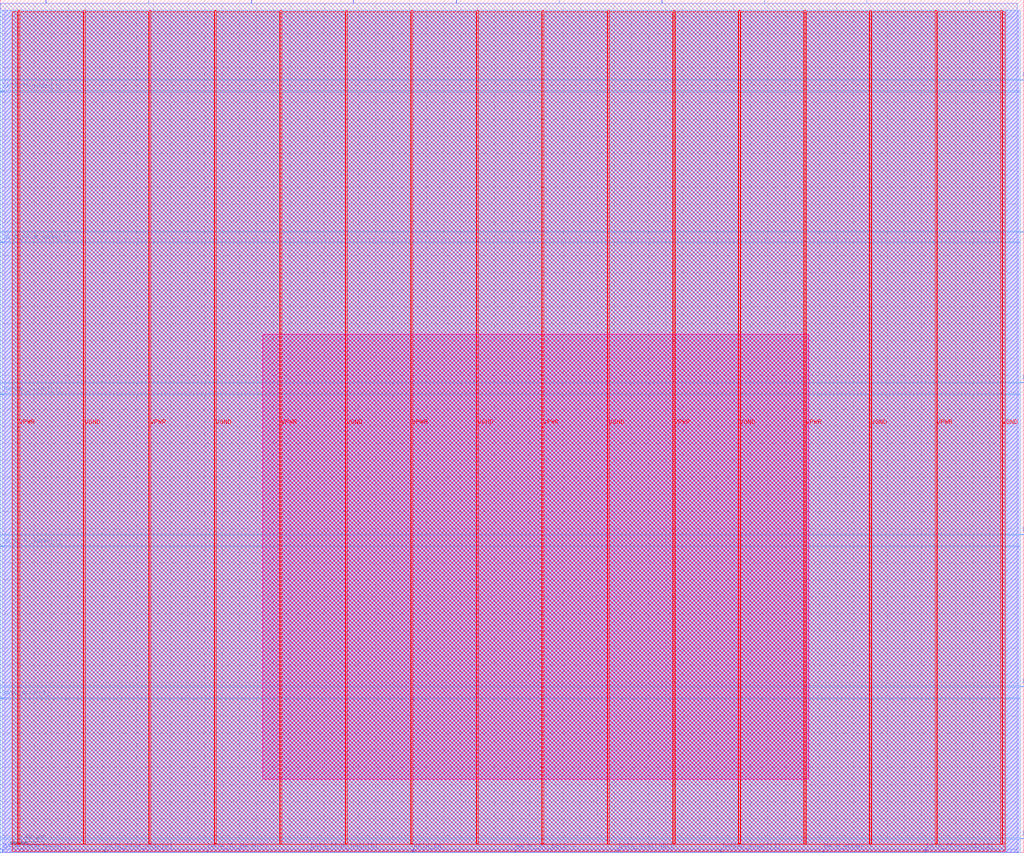
<source format=lef>
VERSION 5.7 ;
  NOWIREEXTENSIONATPIN ON ;
  DIVIDERCHAR "/" ;
  BUSBITCHARS "[]" ;
MACRO decred_hash_macro
  CLASS BLOCK ;
  FOREIGN decred_hash_macro ;
  ORIGIN 0.000 0.000 ;
  SIZE 1200.000 BY 1000.000 ;
  PIN CLK
    DIRECTION INPUT ;
    USE SIGNAL ;
    PORT
      LAYER met2 ;
        RECT 655.130 996.000 655.410 1000.000 ;
    END
  END CLK
  PIN DATA_AVAILABLE
    DIRECTION OUTPUT TRISTATE ;
    USE SIGNAL ;
    PORT
      LAYER met2 ;
        RECT 724.130 0.000 724.410 4.000 ;
    END
  END DATA_AVAILABLE
  PIN DATA_FROM_HASH[0]
    DIRECTION OUTPUT TRISTATE ;
    USE SIGNAL ;
    PORT
      LAYER met2 ;
        RECT 122.450 0.000 122.730 4.000 ;
    END
  END DATA_FROM_HASH[0]
  PIN DATA_FROM_HASH[1]
    DIRECTION OUTPUT TRISTATE ;
    USE SIGNAL ;
    PORT
      LAYER met2 ;
        RECT 2.850 0.000 3.130 4.000 ;
    END
  END DATA_FROM_HASH[1]
  PIN DATA_FROM_HASH[2]
    DIRECTION OUTPUT TRISTATE ;
    USE SIGNAL ;
    PORT
      LAYER met2 ;
        RECT 896.170 996.000 896.450 1000.000 ;
    END
  END DATA_FROM_HASH[2]
  PIN DATA_FROM_HASH[3]
    DIRECTION OUTPUT TRISTATE ;
    USE SIGNAL ;
    PORT
      LAYER met2 ;
        RECT 1084.770 0.000 1085.050 4.000 ;
    END
  END DATA_FROM_HASH[3]
  PIN DATA_FROM_HASH[4]
    DIRECTION OUTPUT TRISTATE ;
    USE SIGNAL ;
    PORT
      LAYER met3 ;
        RECT 1196.000 194.520 1200.000 195.120 ;
    END
  END DATA_FROM_HASH[4]
  PIN DATA_FROM_HASH[5]
    DIRECTION OUTPUT TRISTATE ;
    USE SIGNAL ;
    PORT
      LAYER met2 ;
        RECT 363.490 0.000 363.770 4.000 ;
    END
  END DATA_FROM_HASH[5]
  PIN DATA_FROM_HASH[6]
    DIRECTION OUTPUT TRISTATE ;
    USE SIGNAL ;
    PORT
      LAYER met2 ;
        RECT 173.970 996.000 174.250 1000.000 ;
    END
  END DATA_FROM_HASH[6]
  PIN DATA_FROM_HASH[7]
    DIRECTION OUTPUT TRISTATE ;
    USE SIGNAL ;
    PORT
      LAYER met3 ;
        RECT 0.000 715.400 4.000 716.000 ;
    END
  END DATA_FROM_HASH[7]
  PIN DATA_TO_HASH[0]
    DIRECTION INPUT ;
    USE SIGNAL ;
    PORT
      LAYER met2 ;
        RECT 414.090 996.000 414.370 1000.000 ;
    END
  END DATA_TO_HASH[0]
  PIN DATA_TO_HASH[1]
    DIRECTION INPUT ;
    USE SIGNAL ;
    PORT
      LAYER met3 ;
        RECT 0.000 359.080 4.000 359.680 ;
    END
  END DATA_TO_HASH[1]
  PIN DATA_TO_HASH[2]
    DIRECTION INPUT ;
    USE SIGNAL ;
    PORT
      LAYER met3 ;
        RECT 1196.000 372.680 1200.000 373.280 ;
    END
  END DATA_TO_HASH[2]
  PIN DATA_TO_HASH[3]
    DIRECTION INPUT ;
    USE SIGNAL ;
    PORT
      LAYER met3 ;
        RECT 1196.000 16.360 1200.000 16.960 ;
    END
  END DATA_TO_HASH[3]
  PIN DATA_TO_HASH[4]
    DIRECTION INPUT ;
    USE SIGNAL ;
    PORT
      LAYER met3 ;
        RECT 0.000 892.200 4.000 892.800 ;
    END
  END DATA_TO_HASH[4]
  PIN DATA_TO_HASH[5]
    DIRECTION INPUT ;
    USE SIGNAL ;
    PORT
      LAYER met2 ;
        RECT 242.970 0.000 243.250 4.000 ;
    END
  END DATA_TO_HASH[5]
  PIN DATA_TO_HASH[6]
    DIRECTION INPUT ;
    USE SIGNAL ;
    PORT
      LAYER met2 ;
        RECT 1015.770 996.000 1016.050 1000.000 ;
    END
  END DATA_TO_HASH[6]
  PIN DATA_TO_HASH[7]
    DIRECTION INPUT ;
    USE SIGNAL ;
    PORT
      LAYER met2 ;
        RECT 294.490 996.000 294.770 1000.000 ;
    END
  END DATA_TO_HASH[7]
  PIN HASH_ADDR[0]
    DIRECTION INPUT ;
    USE SIGNAL ;
    PORT
      LAYER met2 ;
        RECT 775.650 996.000 775.930 1000.000 ;
    END
  END HASH_ADDR[0]
  PIN HASH_ADDR[1]
    DIRECTION INPUT ;
    USE SIGNAL ;
    PORT
      LAYER met2 ;
        RECT 53.450 996.000 53.730 1000.000 ;
    END
  END HASH_ADDR[1]
  PIN HASH_ADDR[2]
    DIRECTION INPUT ;
    USE SIGNAL ;
    PORT
      LAYER met2 ;
        RECT 1136.290 996.000 1136.570 1000.000 ;
    END
  END HASH_ADDR[2]
  PIN HASH_ADDR[3]
    DIRECTION INPUT ;
    USE SIGNAL ;
    PORT
      LAYER met2 ;
        RECT 965.170 0.000 965.450 4.000 ;
    END
  END HASH_ADDR[3]
  PIN HASH_ADDR[4]
    DIRECTION INPUT ;
    USE SIGNAL ;
    PORT
      LAYER met3 ;
        RECT 0.000 180.920 4.000 181.520 ;
    END
  END HASH_ADDR[4]
  PIN HASH_ADDR[5]
    DIRECTION INPUT ;
    USE SIGNAL ;
    PORT
      LAYER met3 ;
        RECT 1196.000 905.800 1200.000 906.400 ;
    END
  END HASH_ADDR[5]
  PIN HASH_EN
    DIRECTION INPUT ;
    USE SIGNAL ;
    PORT
      LAYER met2 ;
        RECT 484.010 0.000 484.290 4.000 ;
    END
  END HASH_EN
  PIN MACRO_RD_SELECT
    DIRECTION INPUT ;
    USE SIGNAL ;
    PORT
      LAYER met2 ;
        RECT 603.610 0.000 603.890 4.000 ;
    END
  END MACRO_RD_SELECT
  PIN MACRO_WR_SELECT
    DIRECTION INPUT ;
    USE SIGNAL ;
    PORT
      LAYER met3 ;
        RECT 1196.000 550.840 1200.000 551.440 ;
    END
  END MACRO_WR_SELECT
  PIN THREAD_COUNT[0]
    DIRECTION OUTPUT TRISTATE ;
    USE SIGNAL ;
    PORT
      LAYER met3 ;
        RECT 1196.000 727.640 1200.000 728.240 ;
    END
  END THREAD_COUNT[0]
  PIN THREAD_COUNT[1]
    DIRECTION OUTPUT TRISTATE ;
    USE SIGNAL ;
    PORT
      LAYER met3 ;
        RECT 0.000 537.240 4.000 537.840 ;
    END
  END THREAD_COUNT[1]
  PIN THREAD_COUNT[2]
    DIRECTION OUTPUT TRISTATE ;
    USE SIGNAL ;
    PORT
      LAYER met2 ;
        RECT 534.610 996.000 534.890 1000.000 ;
    END
  END THREAD_COUNT[2]
  PIN THREAD_COUNT[3]
    DIRECTION OUTPUT TRISTATE ;
    USE SIGNAL ;
    PORT
      LAYER met2 ;
        RECT 844.650 0.000 844.930 4.000 ;
    END
  END THREAD_COUNT[3]
  PIN VPWR
    DIRECTION INOUT ;
    USE POWER ;
    PORT
      LAYER met4 ;
        RECT 1096.240 10.640 1097.840 987.600 ;
    END
  END VPWR
  PIN VPWR
    DIRECTION INOUT ;
    USE POWER ;
    PORT
      LAYER met4 ;
        RECT 942.640 10.640 944.240 987.600 ;
    END
  END VPWR
  PIN VPWR
    DIRECTION INOUT ;
    USE POWER ;
    PORT
      LAYER met4 ;
        RECT 789.040 10.640 790.640 987.600 ;
    END
  END VPWR
  PIN VPWR
    DIRECTION INOUT ;
    USE POWER ;
    PORT
      LAYER met4 ;
        RECT 635.440 10.640 637.040 987.600 ;
    END
  END VPWR
  PIN VPWR
    DIRECTION INOUT ;
    USE POWER ;
    PORT
      LAYER met4 ;
        RECT 481.840 10.640 483.440 987.600 ;
    END
  END VPWR
  PIN VPWR
    DIRECTION INOUT ;
    USE POWER ;
    PORT
      LAYER met4 ;
        RECT 328.240 10.640 329.840 987.600 ;
    END
  END VPWR
  PIN VPWR
    DIRECTION INOUT ;
    USE POWER ;
    PORT
      LAYER met4 ;
        RECT 174.640 10.640 176.240 987.600 ;
    END
  END VPWR
  PIN VPWR
    DIRECTION INOUT ;
    USE POWER ;
    PORT
      LAYER met4 ;
        RECT 21.040 10.640 22.640 987.600 ;
    END
  END VPWR
  PIN VGND
    DIRECTION INOUT ;
    USE GROUND ;
    PORT
      LAYER met4 ;
        RECT 1173.040 10.640 1174.640 987.600 ;
    END
  END VGND
  PIN VGND
    DIRECTION INOUT ;
    USE GROUND ;
    PORT
      LAYER met4 ;
        RECT 1019.440 10.640 1021.040 987.600 ;
    END
  END VGND
  PIN VGND
    DIRECTION INOUT ;
    USE GROUND ;
    PORT
      LAYER met4 ;
        RECT 865.840 10.640 867.440 987.600 ;
    END
  END VGND
  PIN VGND
    DIRECTION INOUT ;
    USE GROUND ;
    PORT
      LAYER met4 ;
        RECT 712.240 10.640 713.840 987.600 ;
    END
  END VGND
  PIN VGND
    DIRECTION INOUT ;
    USE GROUND ;
    PORT
      LAYER met4 ;
        RECT 558.640 10.640 560.240 987.600 ;
    END
  END VGND
  PIN VGND
    DIRECTION INOUT ;
    USE GROUND ;
    PORT
      LAYER met4 ;
        RECT 405.040 10.640 406.640 987.600 ;
    END
  END VGND
  PIN VGND
    DIRECTION INOUT ;
    USE GROUND ;
    PORT
      LAYER met4 ;
        RECT 251.440 10.640 253.040 987.600 ;
    END
  END VGND
  PIN VGND
    DIRECTION INOUT ;
    USE GROUND ;
    PORT
      LAYER met4 ;
        RECT 97.840 10.640 99.440 987.600 ;
    END
  END VGND
  OBS
      LAYER li1 ;
        RECT 5.520 0.425 1194.160 987.445 ;
      LAYER met1 ;
        RECT 2.830 0.040 1194.160 987.600 ;
      LAYER met2 ;
        RECT 0.090 995.720 53.170 996.000 ;
        RECT 54.010 995.720 173.690 996.000 ;
        RECT 174.530 995.720 294.210 996.000 ;
        RECT 295.050 995.720 413.810 996.000 ;
        RECT 414.650 995.720 534.330 996.000 ;
        RECT 535.170 995.720 654.850 996.000 ;
        RECT 655.690 995.720 775.370 996.000 ;
        RECT 776.210 995.720 895.890 996.000 ;
        RECT 896.730 995.720 1015.490 996.000 ;
        RECT 1016.330 995.720 1136.010 996.000 ;
        RECT 1136.850 995.720 1192.220 996.000 ;
        RECT 0.090 4.280 1192.220 995.720 ;
        RECT 0.090 0.010 2.570 4.280 ;
        RECT 3.410 0.010 122.170 4.280 ;
        RECT 123.010 0.010 242.690 4.280 ;
        RECT 243.530 0.010 363.210 4.280 ;
        RECT 364.050 0.010 483.730 4.280 ;
        RECT 484.570 0.010 603.330 4.280 ;
        RECT 604.170 0.010 723.850 4.280 ;
        RECT 724.690 0.010 844.370 4.280 ;
        RECT 845.210 0.010 964.890 4.280 ;
        RECT 965.730 0.010 1084.490 4.280 ;
        RECT 1085.330 0.010 1192.220 4.280 ;
      LAYER met3 ;
        RECT 0.065 906.800 1196.000 987.525 ;
        RECT 0.065 905.400 1195.600 906.800 ;
        RECT 0.065 893.200 1196.000 905.400 ;
        RECT 4.400 891.800 1196.000 893.200 ;
        RECT 0.065 728.640 1196.000 891.800 ;
        RECT 0.065 727.240 1195.600 728.640 ;
        RECT 0.065 716.400 1196.000 727.240 ;
        RECT 4.400 715.000 1196.000 716.400 ;
        RECT 0.065 551.840 1196.000 715.000 ;
        RECT 0.065 550.440 1195.600 551.840 ;
        RECT 0.065 538.240 1196.000 550.440 ;
        RECT 4.400 536.840 1196.000 538.240 ;
        RECT 0.065 373.680 1196.000 536.840 ;
        RECT 0.065 372.280 1195.600 373.680 ;
        RECT 0.065 360.080 1196.000 372.280 ;
        RECT 4.400 358.680 1196.000 360.080 ;
        RECT 0.065 195.520 1196.000 358.680 ;
        RECT 0.065 194.120 1195.600 195.520 ;
        RECT 0.065 181.920 1196.000 194.120 ;
        RECT 4.400 180.520 1196.000 181.920 ;
        RECT 0.065 17.360 1196.000 180.520 ;
        RECT 0.065 15.960 1195.600 17.360 ;
        RECT 0.065 0.175 1196.000 15.960 ;
      LAYER met4 ;
        RECT 14.095 10.240 20.640 985.825 ;
        RECT 23.040 10.240 97.440 985.825 ;
        RECT 99.840 10.240 174.240 985.825 ;
        RECT 176.640 10.240 251.040 985.825 ;
        RECT 253.440 10.240 327.840 985.825 ;
        RECT 330.240 10.240 404.640 985.825 ;
        RECT 407.040 10.240 481.440 985.825 ;
        RECT 483.840 10.240 558.240 985.825 ;
        RECT 560.640 10.240 635.040 985.825 ;
        RECT 637.440 10.240 711.840 985.825 ;
        RECT 714.240 10.240 788.640 985.825 ;
        RECT 791.040 10.240 865.440 985.825 ;
        RECT 867.840 10.240 942.240 985.825 ;
        RECT 944.640 10.240 1019.040 985.825 ;
        RECT 1021.440 10.240 1095.840 985.825 ;
        RECT 1098.240 10.240 1172.640 985.825 ;
        RECT 1175.040 10.240 1178.225 985.825 ;
        RECT 14.095 1.535 1178.225 10.240 ;
      LAYER met5 ;
        RECT 307.860 85.900 947.940 607.700 ;
  END
END decred_hash_macro
END LIBRARY


</source>
